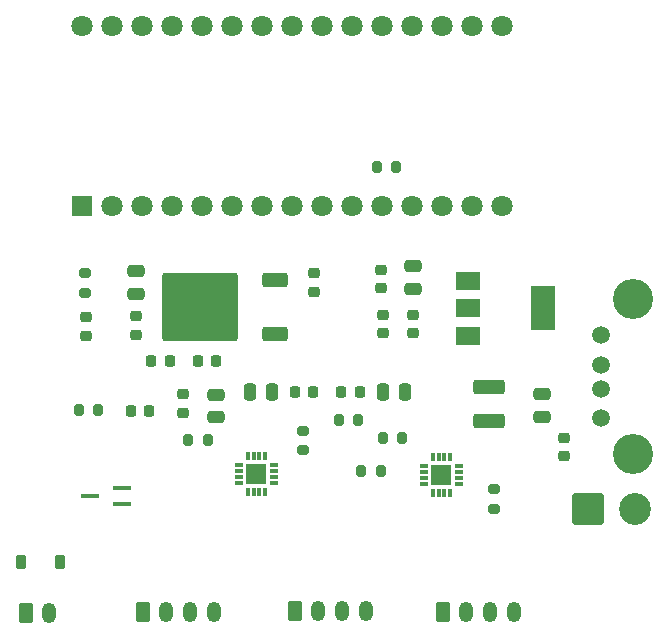
<source format=gts>
G04 #@! TF.GenerationSoftware,KiCad,Pcbnew,7.0.1*
G04 #@! TF.CreationDate,2023-08-25T11:55:28+10:00*
G04 #@! TF.ProjectId,Firetruck,46697265-7472-4756-936b-2e6b69636164,rev?*
G04 #@! TF.SameCoordinates,Original*
G04 #@! TF.FileFunction,Soldermask,Top*
G04 #@! TF.FilePolarity,Negative*
%FSLAX46Y46*%
G04 Gerber Fmt 4.6, Leading zero omitted, Abs format (unit mm)*
G04 Created by KiCad (PCBNEW 7.0.1) date 2023-08-25 11:55:28*
%MOMM*%
%LPD*%
G01*
G04 APERTURE LIST*
G04 Aperture macros list*
%AMRoundRect*
0 Rectangle with rounded corners*
0 $1 Rounding radius*
0 $2 $3 $4 $5 $6 $7 $8 $9 X,Y pos of 4 corners*
0 Add a 4 corners polygon primitive as box body*
4,1,4,$2,$3,$4,$5,$6,$7,$8,$9,$2,$3,0*
0 Add four circle primitives for the rounded corners*
1,1,$1+$1,$2,$3*
1,1,$1+$1,$4,$5*
1,1,$1+$1,$6,$7*
1,1,$1+$1,$8,$9*
0 Add four rect primitives between the rounded corners*
20,1,$1+$1,$2,$3,$4,$5,0*
20,1,$1+$1,$4,$5,$6,$7,0*
20,1,$1+$1,$6,$7,$8,$9,0*
20,1,$1+$1,$8,$9,$2,$3,0*%
G04 Aperture macros list end*
%ADD10RoundRect,0.200000X-0.275000X0.200000X-0.275000X-0.200000X0.275000X-0.200000X0.275000X0.200000X0*%
%ADD11RoundRect,0.225000X0.225000X0.250000X-0.225000X0.250000X-0.225000X-0.250000X0.225000X-0.250000X0*%
%ADD12RoundRect,0.250000X1.075000X-0.375000X1.075000X0.375000X-1.075000X0.375000X-1.075000X-0.375000X0*%
%ADD13RoundRect,0.250001X-1.099999X-1.099999X1.099999X-1.099999X1.099999X1.099999X-1.099999X1.099999X0*%
%ADD14C,2.700000*%
%ADD15RoundRect,0.200000X-0.200000X-0.275000X0.200000X-0.275000X0.200000X0.275000X-0.200000X0.275000X0*%
%ADD16RoundRect,0.225000X0.250000X-0.225000X0.250000X0.225000X-0.250000X0.225000X-0.250000X-0.225000X0*%
%ADD17RoundRect,0.250000X-0.350000X-0.625000X0.350000X-0.625000X0.350000X0.625000X-0.350000X0.625000X0*%
%ADD18O,1.200000X1.750000*%
%ADD19RoundRect,0.225000X-0.250000X0.225000X-0.250000X-0.225000X0.250000X-0.225000X0.250000X0.225000X0*%
%ADD20RoundRect,0.250000X0.475000X-0.250000X0.475000X0.250000X-0.475000X0.250000X-0.475000X-0.250000X0*%
%ADD21R,1.800000X1.800000*%
%ADD22C,1.800000*%
%ADD23RoundRect,0.200000X0.200000X0.275000X-0.200000X0.275000X-0.200000X-0.275000X0.200000X-0.275000X0*%
%ADD24C,3.400000*%
%ADD25C,1.500000*%
%ADD26RoundRect,0.250000X-0.475000X0.250000X-0.475000X-0.250000X0.475000X-0.250000X0.475000X0.250000X0*%
%ADD27RoundRect,0.250000X-0.250000X-0.475000X0.250000X-0.475000X0.250000X0.475000X-0.250000X0.475000X0*%
%ADD28R,0.300000X0.800000*%
%ADD29R,0.800000X0.300000*%
%ADD30C,0.500000*%
%ADD31R,1.750000X1.750000*%
%ADD32RoundRect,0.225000X-0.225000X-0.375000X0.225000X-0.375000X0.225000X0.375000X-0.225000X0.375000X0*%
%ADD33RoundRect,0.200000X0.275000X-0.200000X0.275000X0.200000X-0.275000X0.200000X-0.275000X-0.200000X0*%
%ADD34R,1.500000X0.450000*%
%ADD35RoundRect,0.218750X0.256250X-0.218750X0.256250X0.218750X-0.256250X0.218750X-0.256250X-0.218750X0*%
%ADD36R,2.000000X1.500000*%
%ADD37R,2.000000X3.800000*%
%ADD38RoundRect,0.225000X-0.225000X-0.250000X0.225000X-0.250000X0.225000X0.250000X-0.225000X0.250000X0*%
%ADD39RoundRect,0.250000X0.850000X0.350000X-0.850000X0.350000X-0.850000X-0.350000X0.850000X-0.350000X0*%
%ADD40RoundRect,0.249997X2.950003X2.650003X-2.950003X2.650003X-2.950003X-2.650003X2.950003X-2.650003X0*%
G04 APERTURE END LIST*
D10*
X148350000Y-89970000D03*
X148350000Y-91620000D03*
D11*
X149185000Y-86680000D03*
X147635000Y-86680000D03*
D12*
X164120000Y-89120000D03*
X164120000Y-86320000D03*
D13*
X172480000Y-96645000D03*
D14*
X176440000Y-96645000D03*
D15*
X154575000Y-67650000D03*
X156225000Y-67650000D03*
D16*
X134170000Y-81840000D03*
X134170000Y-80290000D03*
D17*
X124860000Y-105450000D03*
D18*
X126860000Y-105450000D03*
D19*
X149290000Y-76665000D03*
X149290000Y-78215000D03*
D20*
X157640000Y-77970000D03*
X157640000Y-76070000D03*
D21*
X129620000Y-70930000D03*
D22*
X132160000Y-70930000D03*
X134700000Y-70930000D03*
X137240000Y-70930000D03*
X139780000Y-70930000D03*
X142320000Y-70930000D03*
X144860000Y-70930000D03*
X147400000Y-70930000D03*
X149940000Y-70930000D03*
X152480000Y-70930000D03*
X155020000Y-70930000D03*
X157560000Y-70930000D03*
X160100000Y-70930000D03*
X162640000Y-70930000D03*
X165180000Y-70930000D03*
X165180000Y-55690000D03*
X162640000Y-55690000D03*
X160100000Y-55690000D03*
X157560000Y-55690000D03*
X155020000Y-55690000D03*
X152480000Y-55690000D03*
X149940000Y-55690000D03*
X147400000Y-55690000D03*
X144860000Y-55690000D03*
X142320000Y-55690000D03*
X139780000Y-55690000D03*
X137240000Y-55690000D03*
X134700000Y-55690000D03*
X132160000Y-55690000D03*
X129620000Y-55690000D03*
D23*
X154945000Y-93350000D03*
X153295000Y-93350000D03*
X153010000Y-89050000D03*
X151360000Y-89050000D03*
D16*
X154990000Y-77920000D03*
X154990000Y-76370000D03*
D24*
X176290000Y-78840000D03*
X176290000Y-91980000D03*
D25*
X173580000Y-81910000D03*
X173580000Y-84410000D03*
X173580000Y-86410000D03*
X173580000Y-88910000D03*
D26*
X134220000Y-76480000D03*
X134220000Y-78380000D03*
D27*
X143820000Y-86740000D03*
X145720000Y-86740000D03*
D26*
X140980000Y-86945000D03*
X140980000Y-88845000D03*
D15*
X129350000Y-88200000D03*
X131000000Y-88200000D03*
D16*
X155120000Y-81740000D03*
X155120000Y-80190000D03*
D28*
X143655000Y-95135000D03*
X144155000Y-95135000D03*
X144655000Y-95135000D03*
X145155000Y-95135000D03*
D29*
X145905000Y-94385000D03*
X145905000Y-93885000D03*
X145905000Y-93385000D03*
X145905000Y-92885000D03*
D28*
X145155000Y-92135000D03*
X144655000Y-92135000D03*
X144155000Y-92135000D03*
X143655000Y-92135000D03*
D29*
X142905000Y-92885000D03*
X142905000Y-93385000D03*
X142905000Y-93885000D03*
X142905000Y-94385000D03*
D30*
X143915000Y-94125000D03*
X144905000Y-94125000D03*
D31*
X144405000Y-93635000D03*
D30*
X143915000Y-93125000D03*
X144905000Y-93125000D03*
D20*
X168570000Y-88810000D03*
X168570000Y-86910000D03*
D11*
X135330000Y-88280000D03*
X133780000Y-88280000D03*
D16*
X170420000Y-92150000D03*
X170420000Y-90600000D03*
D23*
X140265000Y-90740000D03*
X138615000Y-90740000D03*
D32*
X124490000Y-101110000D03*
X127790000Y-101110000D03*
D33*
X164530000Y-96575000D03*
X164530000Y-94925000D03*
D11*
X153130000Y-86670000D03*
X151580000Y-86670000D03*
D19*
X138220000Y-86900000D03*
X138220000Y-88450000D03*
D17*
X134770000Y-105370000D03*
D18*
X136770000Y-105370000D03*
X138770000Y-105370000D03*
X140770000Y-105370000D03*
D27*
X155080000Y-86690000D03*
X156980000Y-86690000D03*
D34*
X133000000Y-96170000D03*
X133000000Y-94870000D03*
X130340000Y-95520000D03*
D17*
X147640000Y-105270000D03*
D18*
X149640000Y-105270000D03*
X151640000Y-105270000D03*
X153640000Y-105270000D03*
D15*
X155090000Y-90620000D03*
X156740000Y-90620000D03*
D35*
X129940000Y-81947500D03*
X129940000Y-80372500D03*
D17*
X160180000Y-105290000D03*
D18*
X162180000Y-105290000D03*
X164180000Y-105290000D03*
X166180000Y-105290000D03*
D36*
X162340000Y-77330000D03*
X162340000Y-79630000D03*
D37*
X168640000Y-79630000D03*
D36*
X162340000Y-81930000D03*
D16*
X157630000Y-81740000D03*
X157630000Y-80190000D03*
D38*
X139440000Y-84100000D03*
X140990000Y-84100000D03*
D39*
X145960000Y-81800000D03*
D40*
X139660000Y-79520000D03*
D39*
X145960000Y-77240000D03*
D28*
X159320000Y-95220000D03*
X159820000Y-95220000D03*
X160320000Y-95220000D03*
X160820000Y-95220000D03*
D29*
X161570000Y-94470000D03*
X161570000Y-93970000D03*
X161570000Y-93470000D03*
X161570000Y-92970000D03*
D28*
X160820000Y-92220000D03*
X160320000Y-92220000D03*
X159820000Y-92220000D03*
X159320000Y-92220000D03*
D29*
X158570000Y-92970000D03*
X158570000Y-93470000D03*
X158570000Y-93970000D03*
X158570000Y-94470000D03*
D30*
X159580000Y-94210000D03*
X160570000Y-94210000D03*
D31*
X160070000Y-93720000D03*
D30*
X159580000Y-93210000D03*
X160570000Y-93210000D03*
D10*
X129880000Y-76650000D03*
X129880000Y-78300000D03*
D38*
X135500000Y-84100000D03*
X137050000Y-84100000D03*
M02*

</source>
